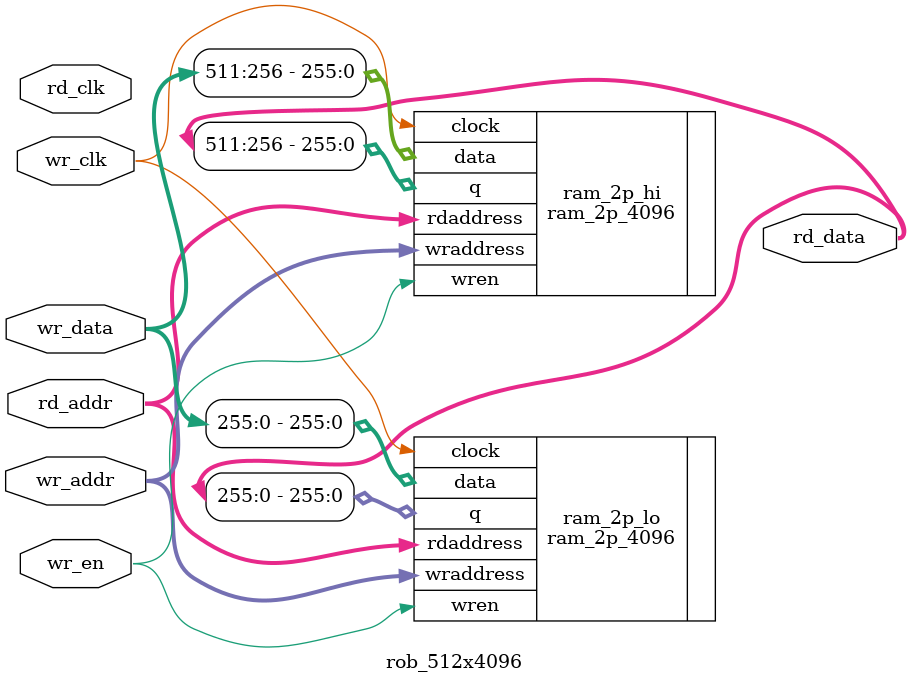
<source format=sv>

module rob_512x4096
  (
    input logic wr_clk,
    input logic wr_en,
    input logic [11:0] wr_addr,
    input logic [511:0] wr_data,
    input logic rd_clk,
    input logic [11:0] rd_addr,
    output logic [511:0] rd_data
   );

   ram_2p_4096 ram_2p_lo (
	.data(wr_data[255:0]),
	.rdaddress(rd_addr),
	.clock(wr_clk),
	.wraddress(wr_addr),
	.wren(wr_en),
	.q(rd_data[255:0])
	);

   ram_2p_4096 ram_2p_hi (
	.data(wr_data[511:256]),
	.rdaddress(rd_addr),
	.clock(wr_clk),
	.wraddress(wr_addr),
	.wren(wr_en),
	.q(rd_data[511:256])
	);

endmodule // rob_512x4096

</source>
